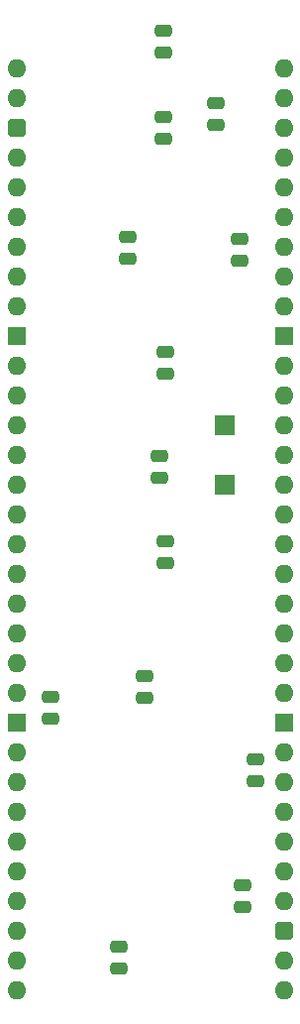
<source format=gbs>
%TF.GenerationSoftware,KiCad,Pcbnew,8.0.7*%
%TF.CreationDate,2025-01-29T07:04:21+02:00*%
%TF.ProjectId,HCP65 Kernal Mode,48435036-3520-44b6-9572-6e616c204d6f,V0*%
%TF.SameCoordinates,Original*%
%TF.FileFunction,Soldermask,Bot*%
%TF.FilePolarity,Negative*%
%FSLAX46Y46*%
G04 Gerber Fmt 4.6, Leading zero omitted, Abs format (unit mm)*
G04 Created by KiCad (PCBNEW 8.0.7) date 2025-01-29 07:04:21*
%MOMM*%
%LPD*%
G01*
G04 APERTURE LIST*
G04 Aperture macros list*
%AMRoundRect*
0 Rectangle with rounded corners*
0 $1 Rounding radius*
0 $2 $3 $4 $5 $6 $7 $8 $9 X,Y pos of 4 corners*
0 Add a 4 corners polygon primitive as box body*
4,1,4,$2,$3,$4,$5,$6,$7,$8,$9,$2,$3,0*
0 Add four circle primitives for the rounded corners*
1,1,$1+$1,$2,$3*
1,1,$1+$1,$4,$5*
1,1,$1+$1,$6,$7*
1,1,$1+$1,$8,$9*
0 Add four rect primitives between the rounded corners*
20,1,$1+$1,$2,$3,$4,$5,0*
20,1,$1+$1,$4,$5,$6,$7,0*
20,1,$1+$1,$6,$7,$8,$9,0*
20,1,$1+$1,$8,$9,$2,$3,0*%
G04 Aperture macros list end*
%ADD10R,1.700000X1.700000*%
%ADD11O,1.600000X1.600000*%
%ADD12RoundRect,0.400000X-0.400000X-0.400000X0.400000X-0.400000X0.400000X0.400000X-0.400000X0.400000X0*%
%ADD13R,1.600000X1.600000*%
%ADD14RoundRect,0.250000X0.475000X-0.250000X0.475000X0.250000X-0.475000X0.250000X-0.475000X-0.250000X0*%
%ADD15RoundRect,0.250000X-0.475000X0.250000X-0.475000X-0.250000X0.475000X-0.250000X0.475000X0.250000X0*%
G04 APERTURE END LIST*
D10*
%TO.C,TP2*%
X17780000Y-30480000D03*
%TD*%
D11*
%TO.C,J2*%
X0Y0D03*
X0Y-2540000D03*
D12*
X0Y-5080000D03*
D11*
X0Y-7620000D03*
X0Y-10160000D03*
X0Y-12700000D03*
X0Y-15240000D03*
X0Y-17780000D03*
X0Y-20320000D03*
D13*
X0Y-22860000D03*
D11*
X0Y-25400000D03*
X0Y-27940000D03*
X0Y-30480000D03*
X0Y-33020000D03*
X0Y-35560000D03*
X0Y-38100000D03*
X0Y-40640000D03*
X0Y-43180000D03*
X0Y-45720000D03*
X0Y-48260000D03*
X0Y-50800000D03*
X0Y-53340000D03*
D13*
X0Y-55880000D03*
D11*
X0Y-58420000D03*
X0Y-60960000D03*
X0Y-63500000D03*
X0Y-66040000D03*
X0Y-68580000D03*
X0Y-71120000D03*
X0Y-73660000D03*
X0Y-76200000D03*
X0Y-78740000D03*
X22860000Y-78740000D03*
X22860000Y-76200000D03*
D12*
X22860000Y-73660000D03*
D11*
X22860000Y-71120000D03*
X22860000Y-68580000D03*
X22860000Y-66040000D03*
X22860000Y-63500000D03*
X22860000Y-60960000D03*
X22860000Y-58420000D03*
D13*
X22860000Y-55880000D03*
D11*
X22860000Y-53340000D03*
X22860000Y-50800000D03*
X22860000Y-48260000D03*
X22860000Y-45720000D03*
X22860000Y-43180000D03*
X22860000Y-40640000D03*
X22860000Y-38100000D03*
X22860000Y-35560000D03*
X22860000Y-33020000D03*
X22860000Y-30480000D03*
X22860000Y-27940000D03*
X22860000Y-25400000D03*
D13*
X22860000Y-22860000D03*
D11*
X22860000Y-20320000D03*
X22860000Y-17780000D03*
X22860000Y-15240000D03*
X22860000Y-12700000D03*
X22860000Y-10160000D03*
X22860000Y-7620000D03*
X22860000Y-5080000D03*
X22860000Y-2540000D03*
X22860000Y0D03*
%TD*%
D10*
%TO.C,TP1*%
X17780000Y-35560000D03*
%TD*%
D14*
%TO.C,C14*%
X19050000Y-16428000D03*
X19050000Y-14528000D03*
%TD*%
%TO.C,C15*%
X12700000Y-42291000D03*
X12700000Y-40391000D03*
%TD*%
%TO.C,C12*%
X9525000Y-16301000D03*
X9525000Y-14401000D03*
%TD*%
%TO.C,C4*%
X12700000Y-26122208D03*
X12700000Y-24222208D03*
%TD*%
%TO.C,C7*%
X12573000Y-6014000D03*
X12573000Y-4114000D03*
%TD*%
%TO.C,C11*%
X12192000Y-34970000D03*
X12192000Y-33070000D03*
%TD*%
%TO.C,C5*%
X10922000Y-53766000D03*
X10922000Y-51866000D03*
%TD*%
%TO.C,C8*%
X20447000Y-60878000D03*
X20447000Y-58978000D03*
%TD*%
%TO.C,C2*%
X19304000Y-71673000D03*
X19304000Y-69773000D03*
%TD*%
%TO.C,C13*%
X17018000Y-4826000D03*
X17018000Y-2926000D03*
%TD*%
%TO.C,C1*%
X8763000Y-76880000D03*
X8763000Y-74980000D03*
%TD*%
D15*
%TO.C,C3*%
X2921000Y-53676000D03*
X2921000Y-55576000D03*
%TD*%
D14*
%TO.C,C6*%
X12573000Y1352000D03*
X12573000Y3252000D03*
%TD*%
M02*

</source>
